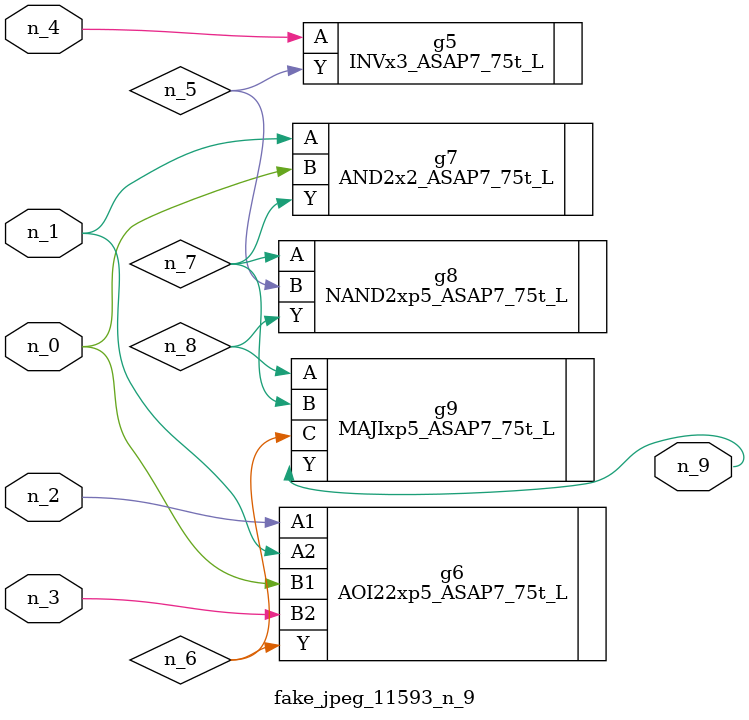
<source format=v>
module fake_jpeg_11593_n_9 (n_3, n_2, n_1, n_0, n_4, n_9);

input n_3;
input n_2;
input n_1;
input n_0;
input n_4;

output n_9;

wire n_8;
wire n_6;
wire n_5;
wire n_7;

INVx3_ASAP7_75t_L g5 ( 
.A(n_4),
.Y(n_5)
);

AOI22xp5_ASAP7_75t_L g6 ( 
.A1(n_2),
.A2(n_1),
.B1(n_0),
.B2(n_3),
.Y(n_6)
);

AND2x2_ASAP7_75t_L g7 ( 
.A(n_1),
.B(n_0),
.Y(n_7)
);

NAND2xp5_ASAP7_75t_L g8 ( 
.A(n_7),
.B(n_5),
.Y(n_8)
);

MAJIxp5_ASAP7_75t_L g9 ( 
.A(n_8),
.B(n_7),
.C(n_6),
.Y(n_9)
);


endmodule
</source>
